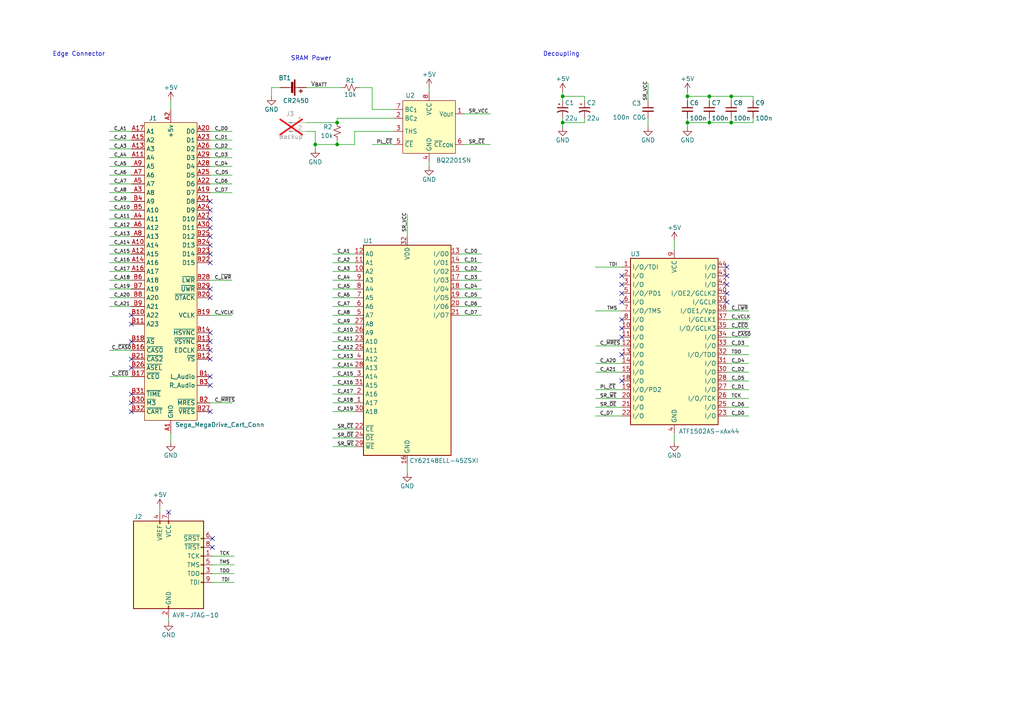
<source format=kicad_sch>
(kicad_sch (version 20231120) (generator "eeschema") (generator_version "8.0")
  (paper "A4")
  (lib_symbols
    (symbol "CPLD_Microchip:ATF1502AS-xAx44"
      (property "Reference" "U" (at -12.7 24.13 0))
      (property "Value" "ATF1502AS-xAx44" (at 12.7 24.13 0))
      (symbol "ATF1502AS-xAx44_0_1"
        (rectangle (start -12.7 22.86) (end 12.7 -25.4) (stroke (width 0.254)) (fill (type background)))
      )
      (symbol "ATF1502AS-xAx44_1_1"
        (pin bidirectional line (at -15.24 20.32 0) (length 2.54) (name "I/O/TDI") (number "1"))
        (pin bidirectional line (at -15.24 2.54 0) (length 2.54) (name "I/O") (number "10"))
        (pin bidirectional line (at -15.24 0 0) (length 2.54) (name "I/O") (number "11"))
        (pin bidirectional line (at -15.24 -2.54 0) (length 2.54) (name "I/O") (number "12"))
        (pin bidirectional line (at -15.24 -5.08 0) (length 2.54) (name "I/O") (number "13"))
        (pin bidirectional line (at -15.24 -7.62 0) (length 2.54) (name "I/O") (number "14"))
        (pin bidirectional line (at -15.24 -10.16 0) (length 2.54) (name "I/O") (number "15"))
        (pin passive line (at 0 -27.94 90) (length 2.54) hide (name "GND") (number "16"))
        (pin passive line (at 0 25.4 270) (length 2.54) hide (name "VCC") (number "17"))
        (pin bidirectional line (at -15.24 -12.7 0) (length 2.54) (name "I/O") (number "18"))
        (pin bidirectional line (at -15.24 -15.24 0) (length 2.54) (name "I/O/PD2") (number "19"))
        (pin bidirectional line (at -15.24 17.78 0) (length 2.54) (name "I/O") (number "2"))
        (pin bidirectional line (at -15.24 -17.78 0) (length 2.54) (name "I/O") (number "20"))
        (pin bidirectional line (at -15.24 -20.32 0) (length 2.54) (name "I/O") (number "21"))
        (pin bidirectional line (at -15.24 -22.86 0) (length 2.54) (name "I/O") (number "22"))
        (pin bidirectional line (at 15.24 -22.86 180) (length 2.54) (name "I/O") (number "23"))
        (pin passive line (at 0 -27.94 90) (length 2.54) hide (name "GND") (number "24"))
        (pin bidirectional line (at 15.24 -20.32 180) (length 2.54) (name "I/O") (number "25"))
        (pin bidirectional line (at 15.24 -17.78 180) (length 2.54) (name "I/O/TCK") (number "26"))
        (pin bidirectional line (at 15.24 -15.24 180) (length 2.54) (name "I/O") (number "27"))
        (pin bidirectional line (at 15.24 -12.7 180) (length 2.54) (name "I/O") (number "28"))
        (pin passive line (at 0 25.4 270) (length 2.54) hide (name "VCC") (number "29"))
        (pin bidirectional line (at -15.24 15.24 0) (length 2.54) (name "I/O") (number "3"))
        (pin bidirectional line (at 15.24 -10.16 180) (length 2.54) (name "I/O") (number "30"))
        (pin bidirectional line (at 15.24 -7.62 180) (length 2.54) (name "I/O") (number "31"))
        (pin bidirectional line (at 15.24 -5.08 180) (length 2.54) (name "I/O/TDO") (number "32"))
        (pin bidirectional line (at 15.24 -2.54 180) (length 2.54) (name "I/O") (number "33"))
        (pin bidirectional line (at 15.24 0 180) (length 2.54) (name "I/O") (number "34"))
        (pin bidirectional line (at 15.24 2.54 180) (length 2.54) (name "I/O/GCLK3") (number "35"))
        (pin passive line (at 0 -27.94 90) (length 2.54) hide (name "GND") (number "36"))
        (pin input line (at 15.24 5.08 180) (length 2.54) (name "I/GCLK1") (number "37"))
        (pin input line (at 15.24 7.62 180) (length 2.54) (name "I/OE1/Vpp") (number "38"))
        (pin input line (at 15.24 10.16 180) (length 2.54) (name "I/GCLR") (number "39"))
        (pin power_in line (at 0 -27.94 90) (length 2.54) (name "GND") (number "4"))
        (pin input line (at 15.24 12.7 180) (length 2.54) (name "I/OE2/GCLK2") (number "40"))
        (pin passive line (at 0 25.4 270) (length 2.54) hide (name "VCC") (number "41"))
        (pin bidirectional line (at 15.24 15.24 180) (length 2.54) (name "I/O") (number "42"))
        (pin bidirectional line (at 15.24 17.78 180) (length 2.54) (name "I/O") (number "43"))
        (pin bidirectional line (at 15.24 20.32 180) (length 2.54) (name "I/O") (number "44"))
        (pin bidirectional line (at -15.24 12.7 0) (length 2.54) (name "I/O/PD1") (number "5"))
        (pin bidirectional line (at -15.24 10.16 0) (length 2.54) (name "I/O") (number "6"))
        (pin bidirectional line (at -15.24 7.62 0) (length 2.54) (name "I/O/TMS") (number "7"))
        (pin bidirectional line (at -15.24 5.08 0) (length 2.54) (name "I/O") (number "8"))
        (pin power_in line (at 0 25.4 270) (length 2.54) (name "VCC") (number "9"))
      )
    )
    (symbol "Connector:AVR-JTAG-10" (pin_names (offset 1.016))
      (property "Reference" "J" (at -8.89 13.97 0))
      (property "Value" "AVR-JTAG-10" (at 1.27 13.97 0))
      (symbol "AVR-JTAG-10_0_1"
        (rectangle (start -2.667 12.7) (end -2.413 11.938))
        (rectangle (start -0.127 -11.938) (end 0.127 -12.7))
        (rectangle (start -0.127 12.7) (end 0.127 11.938))
        (rectangle (start 10.16 -4.953) (end 9.398 -5.207))
        (rectangle (start 10.16 -2.413) (end 9.398 -2.667))
        (rectangle (start 10.16 0.127) (end 9.398 -0.127))
        (rectangle (start 10.16 2.667) (end 9.398 2.413))
        (rectangle (start 10.16 5.207) (end 9.398 4.953))
        (rectangle (start 10.16 7.747) (end 9.398 7.493))
        (rectangle (start 10.16 12.7) (end -10.16 -12.7) (stroke (width 0.254)) (fill (type background)))
      )
      (symbol "AVR-JTAG-10_1_1"
        (pin passive line (at 12.7 2.54 180) (length 2.54) (name "TCK") (number "1"))
        (pin passive line (at 0 -15.24 90) (length 2.54) hide (name "GND") (number "10"))
        (pin passive line (at 0 -15.24 90) (length 2.54) (name "GND") (number "2"))
        (pin passive line (at 12.7 -2.54 180) (length 2.54) (name "TDO") (number "3"))
        (pin passive line (at -2.54 15.24 270) (length 2.54) (name "VREF") (number "4"))
        (pin passive line (at 12.7 0 180) (length 2.54) (name "TMS") (number "5"))
        (pin passive line (at 12.7 7.62 180) (length 2.54) (name "~{SRST}") (number "6"))
        (pin passive line (at 0 15.24 270) (length 2.54) (name "VCC") (number "7"))
        (pin passive line (at 12.7 5.08 180) (length 2.54) (name "~{TRST}") (number "8"))
        (pin passive line (at 12.7 -5.08 180) (length 2.54) (name "TDI") (number "9"))
      )
    )
    (symbol "Connector:Conn_01x02_Pin" (pin_names (offset 1.016) hide)
      (property "Reference" "J" (at 0 2.54 0))
      (property "Value" "Conn_01x02_Pin" (at 0 -5.08 0))
      (symbol "Conn_01x02_Pin_1_1"
        (polyline (pts (xy 1.27 -2.54) (xy 0.8636 -2.54)) (stroke (width 0.1524)))
        (polyline (pts (xy 1.27 0) (xy 0.8636 0)) (stroke (width 0.1524)))
        (rectangle (start 0.8636 -2.413) (end 0 -2.667) (stroke (width 0.1524)) (fill (type outline)))
        (rectangle (start 0.8636 0.127) (end 0 -0.127) (stroke (width 0.1524)) (fill (type outline)))
        (pin passive line (at 5.08 0 180) (length 3.81) (name "Pin_1") (number "1"))
        (pin passive line (at 5.08 -2.54 180) (length 3.81) (name "Pin_2") (number "2"))
      )
    )
    (symbol "Device:Battery_Cell" (pin_numbers hide) (pin_names (offset 0) hide)
      (property "Reference" "BT" (at 2.54 2.54 0))
      (property "Value" "Battery_Cell" (at 2.54 0 0))
      (symbol "Battery_Cell_0_1"
        (rectangle (start -2.286 1.778) (end 2.286 1.524) (fill (type outline)))
        (rectangle (start -1.5748 1.1938) (end 1.4732 0.6858) (fill (type outline)))
        (polyline (pts (xy 0 0.762) (xy 0 0)))
        (polyline (pts (xy 0 1.778) (xy 0 2.54)))
        (polyline (pts (xy 0.508 3.429) (xy 1.524 3.429)) (stroke (width 0.254)))
        (polyline (pts (xy 1.016 3.937) (xy 1.016 2.921)) (stroke (width 0.254)))
      )
      (symbol "Battery_Cell_1_1"
        (pin passive line (at 0 5.08 270) (length 2.54) (name "+") (number "1"))
        (pin passive line (at 0 -2.54 90) (length 2.54) (name "-") (number "2"))
      )
    )
    (symbol "Device:C_Polarized_Small_US" (pin_numbers hide) (pin_names (offset 0.254) hide)
      (property "Reference" "C" (at 0.254 1.778 0))
      (property "Value" "C_Polarized_Small_US" (at 0.254 -2.032 0))
      (symbol "C_Polarized_Small_US_0_1"
        (polyline (pts (xy -1.524 0.508) (xy 1.524 0.508)) (stroke (width 0.3048)))
        (polyline (pts (xy -1.27 1.524) (xy -0.762 1.524)))
        (polyline (pts (xy -1.016 1.27) (xy -1.016 1.778)))
        (arc (start 1.524 -0.762) (mid 0 -0.3734) (end -1.524 -0.762) (stroke (width 0.3048)))
      )
      (symbol "C_Polarized_Small_US_1_1"
        (pin passive line (at 0 2.54 270) (length 2.032) (name "~") (number "1"))
        (pin passive line (at 0 -2.54 90) (length 2.032) (name "~") (number "2"))
      )
    )
    (symbol "Device:C_Small" (pin_numbers hide) (pin_names (offset 0.254) hide)
      (property "Reference" "C" (at 0.254 1.778 0))
      (property "Value" "C_Small" (at 0.254 -2.032 0))
      (symbol "C_Small_0_1"
        (polyline (pts (xy -1.524 -0.508) (xy 1.524 -0.508)) (stroke (width 0.3302)))
        (polyline (pts (xy -1.524 0.508) (xy 1.524 0.508)) (stroke (width 0.3048)))
      )
      (symbol "C_Small_1_1"
        (pin passive line (at 0 2.54 270) (length 2.032) (name "~") (number "1"))
        (pin passive line (at 0 -2.54 90) (length 2.032) (name "~") (number "2"))
      )
    )
    (symbol "Device:R_Small_US" (pin_numbers hide) (pin_names (offset 0.254) hide)
      (property "Reference" "R" (at 0.762 0.508 0))
      (property "Value" "R_Small_US" (at 0.762 -1.016 0))
      (symbol "R_Small_US_1_1"
        (polyline (pts (xy 0 0) (xy 1.016 -0.381) (xy 0 -0.762) (xy -1.016 -1.143) (xy 0 -1.524)))
        (polyline (pts (xy 0 1.524) (xy 1.016 1.143) (xy 0 0.762) (xy -1.016 0.381) (xy 0 0)))
        (pin passive line (at 0 2.54 270) (length 1.016) (name "~") (number "1"))
        (pin passive line (at 0 -2.54 90) (length 1.016) (name "~") (number "2"))
      )
    )
    (symbol "My_Library:Sega_MegaDrive_Cart_Conn"
      (property "Reference" "J" (at -6.35 41.91 0))
      (property "Value" "Sega_MegaDrive_Cart_Conn" (at 16.51 -46.99 0))
      (symbol "Sega_MegaDrive_Cart_Conn_0_1"
        (rectangle (start -7.62 40.64) (end 7.62 -45.72) (fill (type background)))
      )
      (symbol "Sega_MegaDrive_Cart_Conn_1_1"
        (pin power_out line (at 0 -49.53 90) (length 3.81) (name "GND") (number "A1"))
        (pin output line (at -11.43 5.08 0) (length 3.81) (name "A14") (number "A10"))
        (pin output line (at -11.43 30.48 0) (length 3.81) (name "A4") (number "A11"))
        (pin output line (at -11.43 2.54 0) (length 3.81) (name "A15") (number "A12"))
        (pin output line (at -11.43 33.02 0) (length 3.81) (name "A3") (number "A13"))
        (pin output line (at -11.43 0 0) (length 3.81) (name "A16") (number "A14"))
        (pin output line (at -11.43 35.56 0) (length 3.81) (name "A2") (number "A15"))
        (pin output line (at -11.43 -2.54 0) (length 3.81) (name "A17") (number "A16"))
        (pin output line (at -11.43 38.1 0) (length 3.81) (name "A1") (number "A17"))
        (pin passive line (at 0 -49.53 90) (length 3.81) hide (name "GND") (number "A18"))
        (pin bidirectional line (at 11.43 20.32 180) (length 3.81) (name "D7") (number "A19"))
        (pin power_out line (at 0 44.45 270) (length 3.81) (name "+5v") (number "A2"))
        (pin bidirectional line (at 11.43 38.1 180) (length 3.81) (name "D0") (number "A20"))
        (pin bidirectional line (at 11.43 17.78 180) (length 3.81) (name "D8") (number "A21"))
        (pin bidirectional line (at 11.43 22.86 180) (length 3.81) (name "D6") (number "A22"))
        (pin bidirectional line (at 11.43 35.56 180) (length 3.81) (name "D1") (number "A23"))
        (pin bidirectional line (at 11.43 15.24 180) (length 3.81) (name "D9") (number "A24"))
        (pin bidirectional line (at 11.43 25.4 180) (length 3.81) (name "D5") (number "A25"))
        (pin bidirectional line (at 11.43 33.02 180) (length 3.81) (name "D2") (number "A26"))
        (pin bidirectional line (at 11.43 12.7 180) (length 3.81) (name "D10") (number "A27"))
        (pin bidirectional line (at 11.43 27.94 180) (length 3.81) (name "D4") (number "A28"))
        (pin bidirectional line (at 11.43 30.48 180) (length 3.81) (name "D3") (number "A29"))
        (pin output line (at -11.43 20.32 0) (length 3.81) (name "A8") (number "A3"))
        (pin bidirectional line (at 11.43 10.16 180) (length 3.81) (name "D11") (number "A30"))
        (pin passive line (at 0 44.45 270) (length 3.81) hide (name "+5v") (number "A31"))
        (pin passive line (at 0 -49.53 90) (length 3.81) hide (name "GND") (number "A32"))
        (pin output line (at -11.43 12.7 0) (length 3.81) (name "A11") (number "A4"))
        (pin output line (at -11.43 22.86 0) (length 3.81) (name "A7") (number "A5"))
        (pin output line (at -11.43 10.16 0) (length 3.81) (name "A12") (number "A6"))
        (pin output line (at -11.43 25.4 0) (length 3.81) (name "A6") (number "A7"))
        (pin output line (at -11.43 7.62 0) (length 3.81) (name "A13") (number "A8"))
        (pin output line (at -11.43 27.94 0) (length 3.81) (name "A5") (number "A9"))
        (pin input line (at 11.43 -33.02 180) (length 3.81) (name "L_Audio") (number "B1"))
        (pin output line (at -11.43 -15.24 0) (length 3.81) (name "A22") (number "B10"))
        (pin output line (at -11.43 -17.78 0) (length 3.81) (name "A23") (number "B11"))
        (pin output line (at 11.43 -27.94 180) (length 3.81) (name "~{YS}") (number "B12"))
        (pin output line (at 11.43 -22.86 180) (length 3.81) (name "~{VSYNC}") (number "B13"))
        (pin output line (at 11.43 -20.32 180) (length 3.81) (name "~{HSYNC}") (number "B14"))
        (pin output line (at 11.43 -25.4 180) (length 3.81) (name "EDCLK") (number "B15"))
        (pin output line (at -11.43 -25.4 0) (length 3.81) (name "~{CAS0}") (number "B16"))
        (pin output line (at -11.43 -33.02 0) (length 3.81) (name "~{CEO}") (number "B17"))
        (pin output line (at -11.43 -22.86 0) (length 3.81) (name "~{AS}") (number "B18"))
        (pin output line (at 11.43 -15.24 180) (length 3.81) (name "VCLK") (number "B19"))
        (pin output line (at 11.43 -40.64 180) (length 3.81) (name "~{MRES}") (number "B2"))
        (pin input line (at 11.43 -10.16 180) (length 3.81) (name "~{DTACK}") (number "B20"))
        (pin output line (at -11.43 -27.94 0) (length 3.81) (name "~{CAS2}") (number "B21"))
        (pin bidirectional line (at 11.43 0 180) (length 3.81) (name "D15") (number "B22"))
        (pin bidirectional line (at 11.43 2.54 180) (length 3.81) (name "D14") (number "B23"))
        (pin bidirectional line (at 11.43 5.08 180) (length 3.81) (name "D13") (number "B24"))
        (pin bidirectional line (at 11.43 7.62 180) (length 3.81) (name "D12") (number "B25"))
        (pin output line (at -11.43 -30.48 0) (length 3.81) (name "~{ASEL}") (number "B26"))
        (pin output line (at 11.43 -43.18 180) (length 3.81) (name "~{VRES}") (number "B27"))
        (pin output line (at 11.43 -5.08 180) (length 3.81) (name "~{LWR}") (number "B28"))
        (pin output line (at 11.43 -7.62 180) (length 3.81) (name "~{UWR}") (number "B29"))
        (pin input line (at 11.43 -35.56 180) (length 3.81) (name "R_Audio") (number "B3"))
        (pin input line (at -11.43 -40.64 0) (length 3.81) (name "~{M3}") (number "B30"))
        (pin output line (at -11.43 -38.1 0) (length 3.81) (name "~{TIME}") (number "B31"))
        (pin input line (at -11.43 -43.18 0) (length 3.81) (name "~{CART}") (number "B32"))
        (pin output line (at -11.43 17.78 0) (length 3.81) (name "A9") (number "B4"))
        (pin output line (at -11.43 15.24 0) (length 3.81) (name "A10") (number "B5"))
        (pin output line (at -11.43 -5.08 0) (length 3.81) (name "A18") (number "B6"))
        (pin output line (at -11.43 -7.62 0) (length 3.81) (name "A19") (number "B7"))
        (pin output line (at -11.43 -10.16 0) (length 3.81) (name "A20") (number "B8"))
        (pin output line (at -11.43 -12.7 0) (length 3.81) (name "A21") (number "B9"))
      )
    )
    (symbol "My_Library_7:BQ2201SN"
      (property "Reference" "U" (at 0 0 0))
      (property "Value" "BQ2201SN" (at 0 0 0))
      (symbol "BQ2201SN_1_1"
        (rectangle (start -7.62 7.62) (end 7.62 -7.62) (fill (type background)))
        (pin power_out line (at 10.16 3.81 180) (length 2.54) (name "V_{OUT}") (number "1"))
        (pin power_in line (at -10.16 2.54 0) (length 2.54) (name "BC_{2}") (number "2"))
        (pin input line (at -10.16 -1.27 0) (length 2.54) (name "THS") (number "3"))
        (pin power_in line (at 0 -10.16 90) (length 2.54) (name "GND") (number "4"))
        (pin input line (at -10.16 -5.08 0) (length 2.54) (name "~{CE}") (number "5"))
        (pin output line (at 10.16 -5.08 180) (length 2.54) (name "~{CE}_{CON}") (number "6"))
        (pin power_in line (at -10.16 5.08 0) (length 2.54) (name "BC_{1}") (number "7"))
        (pin power_in line (at 0 10.16 270) (length 2.54) (name "VCC") (number "8"))
      )
    )
    (symbol "My_Library_7:CY62138ELL-45ZSXI"
      (property "Reference" "U" (at -10.16 31.75 0))
      (property "Value" "CY62148ELL-45ZSXI" (at 12.7 31.75 0))
      (symbol "CY62138ELL-45ZSXI_0_1"
        (rectangle (start -12.7 30.48) (end 12.7 -30.48) (stroke (width 0.254)) (fill (type background)))
      )
      (symbol "CY62138ELL-45ZSXI_1_1"
        (pin input line (at -15.24 -15.24 0) (length 2.54) (name "A17") (number "1"))
        (pin input line (at -15.24 22.86 0) (length 2.54) (name "A2") (number "10"))
        (pin input line (at -15.24 25.4 0) (length 2.54) (name "A1") (number "11"))
        (pin input line (at -15.24 27.94 0) (length 2.54) (name "A0") (number "12"))
        (pin bidirectional line (at 15.24 27.94 180) (length 2.54) (name "I/O0") (number "13"))
        (pin bidirectional line (at 15.24 25.4 180) (length 2.54) (name "I/O1") (number "14"))
        (pin bidirectional line (at 15.24 22.86 180) (length 2.54) (name "I/O2") (number "15"))
        (pin power_in line (at 0 -33.02 90) (length 2.54) (name "GND") (number "16"))
        (pin bidirectional line (at 15.24 20.32 180) (length 2.54) (name "I/O3") (number "17"))
        (pin bidirectional line (at 15.24 17.78 180) (length 2.54) (name "I/O4") (number "18"))
        (pin bidirectional line (at 15.24 15.24 180) (length 2.54) (name "I/O5") (number "19"))
        (pin input line (at -15.24 -12.7 0) (length 2.54) (name "A16") (number "2"))
        (pin bidirectional line (at 15.24 12.7 180) (length 2.54) (name "I/O6") (number "20"))
        (pin bidirectional line (at 15.24 10.16 180) (length 2.54) (name "I/O7") (number "21"))
        (pin input line (at -15.24 -22.86 0) (length 2.54) (name "~{CE}") (number "22"))
        (pin input line (at -15.24 2.54 0) (length 2.54) (name "A10") (number "23"))
        (pin input line (at -15.24 -25.4 0) (length 2.54) (name "~{OE}") (number "24"))
        (pin input line (at -15.24 0 0) (length 2.54) (name "A11") (number "25"))
        (pin input line (at -15.24 5.08 0) (length 2.54) (name "A9") (number "26"))
        (pin input line (at -15.24 7.62 0) (length 2.54) (name "A8") (number "27"))
        (pin input line (at -15.24 -5.08 0) (length 2.54) (name "A13") (number "28"))
        (pin input line (at -15.24 -27.94 0) (length 2.54) (name "~{WE}") (number "29"))
        (pin input line (at -15.24 -7.62 0) (length 2.54) (name "A14") (number "3"))
        (pin input line (at -15.24 -17.78 0) (length 2.54) (name "A18") (number "30"))
        (pin input line (at -15.24 -10.16 0) (length 2.54) (name "A15") (number "31"))
        (pin power_in line (at 0 33.02 270) (length 2.54) (name "VDD") (number "32"))
        (pin input line (at -15.24 -2.54 0) (length 2.54) (name "A12") (number "4"))
        (pin input line (at -15.24 10.16 0) (length 2.54) (name "A7") (number "5"))
        (pin input line (at -15.24 12.7 0) (length 2.54) (name "A6") (number "6"))
        (pin input line (at -15.24 15.24 0) (length 2.54) (name "A5") (number "7"))
        (pin input line (at -15.24 17.78 0) (length 2.54) (name "A4") (number "8"))
        (pin input line (at -15.24 20.32 0) (length 2.54) (name "A3") (number "9"))
      )
    )
    (symbol "power:+5V" (power) (pin_names (offset 0))
      (property "Value" "+5V" (at 0 3.556 0))
      (symbol "+5V_0_1"
        (polyline (pts (xy -0.762 1.27) (xy 0 2.54)))
        (polyline (pts (xy 0 0) (xy 0 2.54)))
        (polyline (pts (xy 0 2.54) (xy 0.762 1.27)))
      )
      (symbol "+5V_1_1"
        (pin power_in line (at 0 0 90) (length 0) hide (name "+5V") (number "1"))
      )
    )
    (symbol "power:GND" (power) (pin_names (offset 0))
      (property "Value" "GND" (at 0 -3.81 0))
      (symbol "GND_0_1"
        (polyline (pts (xy 0 0) (xy 0 -1.27) (xy 1.27 -1.27) (xy 0 -2.54) (xy -1.27 -1.27) (xy 0 -1.27)))
      )
      (symbol "GND_1_1"
        (pin power_in line (at 0 0 270) (length 0) hide (name "GND") (number "1"))
      )
    )
  )
  (junction (at 163.195 27.94))
  (junction (at 91.44 41.91))
  (junction (at 199.39 27.94))
  (junction (at 97.79 41.91))
  (junction (at 205.74 27.94))
  (junction (at 212.09 35.56))
  (junction (at 163.195 35.56))
  (junction (at 212.09 27.94))
  (junction (at 205.74 35.56))
  (junction (at 97.79 35.56))
  (junction (at 199.39 35.56))
  (no_connect (at 60.96 119.38))
  (no_connect (at 60.96 86.36))
  (no_connect (at 210.82 77.47))
  (no_connect (at 180.34 80.01))
  (no_connect (at 210.82 82.55))
  (no_connect (at 210.82 85.09))
  (no_connect (at 60.96 104.14))
  (no_connect (at 60.96 101.6))
  (no_connect (at 60.96 99.06))
  (no_connect (at 60.96 96.52))
  (no_connect (at 38.1 106.68))
  (no_connect (at 60.96 109.22))
  (no_connect (at 60.96 111.76))
  (no_connect (at 180.34 97.79))
  (no_connect (at 60.96 73.66))
  (no_connect (at 38.1 104.14))
  (no_connect (at 180.34 85.09))
  (no_connect (at 60.96 66.04))
  (no_connect (at 38.1 91.44))
  (no_connect (at 61.595 156.21))
  (no_connect (at 38.1 119.38))
  (no_connect (at 60.96 60.96))
  (no_connect (at 48.895 148.59))
  (no_connect (at 38.1 114.3))
  (no_connect (at 210.82 87.63))
  (no_connect (at 60.96 76.2))
  (no_connect (at 61.595 158.75))
  (no_connect (at 38.1 116.84))
  (no_connect (at 60.96 83.82))
  (no_connect (at 180.34 102.87))
  (no_connect (at 210.82 80.01))
  (no_connect (at 180.34 110.49))
  (no_connect (at 60.96 63.5))
  (no_connect (at 38.1 99.06))
  (no_connect (at 180.34 82.55))
  (no_connect (at 180.34 95.25))
  (no_connect (at 60.96 71.12))
  (no_connect (at 60.96 68.58))
  (no_connect (at 60.96 58.42))
  (no_connect (at 180.34 92.71))
  (no_connect (at 180.34 87.63))
  (no_connect (at 38.1 93.98))
  (wire (pts (xy 180.34 115.57) (xy 172.72 115.57)))
  (wire (pts (xy 97.79 34.29) (xy 97.79 35.56)))
  (wire (pts (xy 96.52 116.84) (xy 102.87 116.84)))
  (wire (pts (xy 199.39 34.29) (xy 199.39 35.56)))
  (wire (pts (xy 180.34 77.47) (xy 172.72 77.47)))
  (wire (pts (xy 31.75 83.82) (xy 38.1 83.82)))
  (wire (pts (xy 169.545 35.56) (xy 163.195 35.56)))
  (wire (pts (xy 169.545 34.29) (xy 169.545 35.56)))
  (wire (pts (xy 133.35 83.82) (xy 139.7 83.82)))
  (wire (pts (xy 210.82 102.87) (xy 217.17 102.87)))
  (wire (pts (xy 180.34 120.65) (xy 172.72 120.65)))
  (wire (pts (xy 124.46 25.4) (xy 124.46 26.67)))
  (wire (pts (xy 180.34 118.11) (xy 172.72 118.11)))
  (wire (pts (xy 31.75 71.12) (xy 38.1 71.12)))
  (wire (pts (xy 31.75 58.42) (xy 38.1 58.42)))
  (wire (pts (xy 91.44 38.1) (xy 91.44 41.91)))
  (wire (pts (xy 88.9 38.1) (xy 91.44 38.1)))
  (wire (pts (xy 96.52 127) (xy 102.87 127)))
  (wire (pts (xy 210.82 100.33) (xy 217.17 100.33)))
  (wire (pts (xy 97.79 41.91) (xy 97.79 40.64)))
  (wire (pts (xy 212.09 34.29) (xy 212.09 35.56)))
  (wire (pts (xy 210.82 95.25) (xy 217.17 95.25)))
  (wire (pts (xy 212.09 27.94) (xy 205.74 27.94)))
  (wire (pts (xy 60.96 38.1) (xy 67.31 38.1)))
  (wire (pts (xy 205.74 27.94) (xy 199.39 27.94)))
  (wire (pts (xy 210.82 107.95) (xy 217.17 107.95)))
  (wire (pts (xy 133.35 78.74) (xy 139.7 78.74)))
  (wire (pts (xy 187.96 34.29) (xy 187.96 36.83)))
  (wire (pts (xy 210.82 110.49) (xy 217.17 110.49)))
  (wire (pts (xy 96.52 73.66) (xy 102.87 73.66)))
  (wire (pts (xy 210.82 120.65) (xy 217.17 120.65)))
  (wire (pts (xy 49.53 29.21) (xy 49.53 31.75)))
  (wire (pts (xy 31.75 81.28) (xy 38.1 81.28)))
  (wire (pts (xy 67.945 168.91) (xy 61.595 168.91)))
  (wire (pts (xy 102.87 38.1) (xy 102.87 41.91)))
  (wire (pts (xy 96.52 106.68) (xy 102.87 106.68)))
  (wire (pts (xy 218.44 29.21) (xy 218.44 27.94)))
  (wire (pts (xy 31.75 66.04) (xy 38.1 66.04)))
  (wire (pts (xy 60.96 81.28) (xy 67.31 81.28)))
  (wire (pts (xy 31.75 55.88) (xy 38.1 55.88)))
  (wire (pts (xy 96.52 81.28) (xy 102.87 81.28)))
  (wire (pts (xy 60.96 50.8) (xy 67.31 50.8)))
  (wire (pts (xy 169.545 27.94) (xy 163.195 27.94)))
  (wire (pts (xy 60.96 43.18) (xy 67.31 43.18)))
  (wire (pts (xy 48.895 179.07) (xy 48.895 180.34)))
  (wire (pts (xy 96.52 93.98) (xy 102.87 93.98)))
  (wire (pts (xy 60.96 40.64) (xy 67.31 40.64)))
  (wire (pts (xy 133.35 76.2) (xy 139.7 76.2)))
  (wire (pts (xy 31.75 76.2) (xy 38.1 76.2)))
  (wire (pts (xy 218.44 35.56) (xy 212.09 35.56)))
  (wire (pts (xy 31.75 50.8) (xy 38.1 50.8)))
  (wire (pts (xy 96.52 88.9) (xy 102.87 88.9)))
  (wire (pts (xy 210.82 118.11) (xy 217.17 118.11)))
  (wire (pts (xy 96.52 91.44) (xy 102.87 91.44)))
  (wire (pts (xy 31.75 53.34) (xy 38.1 53.34)))
  (wire (pts (xy 114.3 34.29) (xy 97.79 34.29)))
  (wire (pts (xy 91.44 41.91) (xy 97.79 41.91)))
  (wire (pts (xy 31.75 48.26) (xy 38.1 48.26)))
  (wire (pts (xy 31.75 40.64) (xy 38.1 40.64)))
  (wire (pts (xy 180.34 105.41) (xy 172.72 105.41)))
  (wire (pts (xy 199.39 27.94) (xy 199.39 29.21)))
  (wire (pts (xy 205.74 35.56) (xy 199.39 35.56)))
  (wire (pts (xy 67.945 166.37) (xy 61.595 166.37)))
  (wire (pts (xy 46.355 147.32) (xy 46.355 148.59)))
  (wire (pts (xy 218.44 34.29) (xy 218.44 35.56)))
  (wire (pts (xy 133.35 86.36) (xy 139.7 86.36)))
  (wire (pts (xy 169.545 29.21) (xy 169.545 27.94)))
  (wire (pts (xy 96.52 104.14) (xy 102.87 104.14)))
  (wire (pts (xy 67.945 161.29) (xy 61.595 161.29)))
  (wire (pts (xy 31.75 43.18) (xy 38.1 43.18)))
  (wire (pts (xy 163.195 27.94) (xy 163.195 29.21)))
  (wire (pts (xy 96.52 109.22) (xy 102.87 109.22)))
  (wire (pts (xy 118.11 134.62) (xy 118.11 137.16)))
  (wire (pts (xy 199.39 35.56) (xy 199.39 36.83)))
  (wire (pts (xy 31.75 101.6) (xy 38.1 101.6)))
  (wire (pts (xy 31.75 63.5) (xy 38.1 63.5)))
  (wire (pts (xy 133.35 88.9) (xy 139.7 88.9)))
  (wire (pts (xy 195.58 125.73) (xy 195.58 128.27)))
  (wire (pts (xy 199.39 26.67) (xy 199.39 27.94)))
  (wire (pts (xy 60.96 45.72) (xy 67.31 45.72)))
  (wire (pts (xy 107.95 41.91) (xy 114.3 41.91)))
  (wire (pts (xy 31.75 68.58) (xy 38.1 68.58)))
  (wire (pts (xy 212.09 27.94) (xy 212.09 29.21)))
  (wire (pts (xy 210.82 92.71) (xy 217.17 92.71)))
  (wire (pts (xy 133.35 91.44) (xy 139.7 91.44)))
  (wire (pts (xy 60.96 48.26) (xy 67.31 48.26)))
  (wire (pts (xy 210.82 105.41) (xy 217.17 105.41)))
  (wire (pts (xy 210.82 97.79) (xy 217.17 97.79)))
  (wire (pts (xy 124.46 46.99) (xy 124.46 48.26)))
  (wire (pts (xy 187.96 24.13) (xy 187.96 29.21)))
  (wire (pts (xy 60.96 91.44) (xy 67.31 91.44)))
  (wire (pts (xy 96.52 119.38) (xy 102.87 119.38)))
  (wire (pts (xy 88.9 25.4) (xy 99.06 25.4)))
  (wire (pts (xy 102.87 38.1) (xy 114.3 38.1)))
  (wire (pts (xy 96.52 86.36) (xy 102.87 86.36)))
  (wire (pts (xy 31.75 60.96) (xy 38.1 60.96)))
  (wire (pts (xy 31.75 109.22) (xy 38.1 109.22)))
  (wire (pts (xy 31.75 73.66) (xy 38.1 73.66)))
  (wire (pts (xy 118.11 62.23) (xy 118.11 68.58)))
  (wire (pts (xy 78.74 25.4) (xy 78.74 27.94)))
  (wire (pts (xy 210.82 113.03) (xy 217.17 113.03)))
  (wire (pts (xy 96.52 76.2) (xy 102.87 76.2)))
  (wire (pts (xy 107.95 25.4) (xy 107.95 31.75)))
  (wire (pts (xy 210.82 115.57) (xy 217.17 115.57)))
  (wire (pts (xy 31.75 45.72) (xy 38.1 45.72)))
  (wire (pts (xy 49.53 125.73) (xy 49.53 128.27)))
  (wire (pts (xy 60.96 53.34) (xy 67.31 53.34)))
  (wire (pts (xy 96.52 83.82) (xy 102.87 83.82)))
  (wire (pts (xy 96.52 96.52) (xy 102.87 96.52)))
  (wire (pts (xy 212.09 35.56) (xy 205.74 35.56)))
  (wire (pts (xy 133.35 73.66) (xy 139.7 73.66)))
  (wire (pts (xy 163.195 34.29) (xy 163.195 35.56)))
  (wire (pts (xy 180.34 90.17) (xy 172.72 90.17)))
  (wire (pts (xy 67.945 163.83) (xy 61.595 163.83)))
  (wire (pts (xy 96.52 114.3) (xy 102.87 114.3)))
  (wire (pts (xy 96.52 129.54) (xy 102.87 129.54)))
  (wire (pts (xy 195.58 69.85) (xy 195.58 72.39)))
  (wire (pts (xy 60.96 55.88) (xy 67.31 55.88)))
  (wire (pts (xy 96.52 111.76) (xy 102.87 111.76)))
  (wire (pts (xy 81.28 25.4) (xy 78.74 25.4)))
  (wire (pts (xy 218.44 27.94) (xy 212.09 27.94)))
  (wire (pts (xy 180.34 100.33) (xy 172.72 100.33)))
  (wire (pts (xy 180.34 107.95) (xy 172.72 107.95)))
  (wire (pts (xy 163.195 35.56) (xy 163.195 36.83)))
  (wire (pts (xy 133.35 81.28) (xy 139.7 81.28)))
  (wire (pts (xy 180.34 113.03) (xy 172.72 113.03)))
  (wire (pts (xy 96.52 101.6) (xy 102.87 101.6)))
  (wire (pts (xy 31.75 78.74) (xy 38.1 78.74)))
  (wire (pts (xy 134.62 41.91) (xy 142.24 41.91)))
  (wire (pts (xy 60.96 116.84) (xy 67.31 116.84)))
  (wire (pts (xy 163.195 26.67) (xy 163.195 27.94)))
  (wire (pts (xy 102.87 41.91) (xy 97.79 41.91)))
  (wire (pts (xy 31.75 86.36) (xy 38.1 86.36)))
  (wire (pts (xy 31.75 38.1) (xy 38.1 38.1)))
  (wire (pts (xy 96.52 78.74) (xy 102.87 78.74)))
  (wire (pts (xy 210.82 90.17) (xy 217.17 90.17)))
  (wire (pts (xy 96.52 124.46) (xy 102.87 124.46)))
  (wire (pts (xy 205.74 27.94) (xy 205.74 29.21)))
  (wire (pts (xy 205.74 34.29) (xy 205.74 35.56)))
  (wire (pts (xy 31.75 88.9) (xy 38.1 88.9)))
  (wire (pts (xy 91.44 41.91) (xy 91.44 43.18)))
  (wire (pts (xy 96.52 99.06) (xy 102.87 99.06)))
  (wire (pts (xy 104.14 25.4) (xy 107.95 25.4)))
  (wire (pts (xy 107.95 31.75) (xy 114.3 31.75)))
  (wire (pts (xy 88.9 35.56) (xy 97.79 35.56)))
  (wire (pts (xy 134.62 33.02) (xy 142.24 33.02)))
  (text "Decoupling" (at 157.48 16.51 0) (effects (font (size 1.27 1.27)) (justify left bottom)))
  (text "SRAM Power" (at 84.328 17.78 0) (effects (font (size 1.27 1.27)) (justify left bottom)))
  (text "Edge Connector" (at 15.24 16.51 0) (effects (font (size 1.27 1.27)) (justify left bottom)))
  (label "C_D4" (at 62.23 48.26 0) (effects (font (size 1 1))))
  (label "C_~{MRES}" (at 62.23 116.84 0) (effects (font (size 1 1))))
  (label "C_D2" (at 62.23 43.18 0) (effects (font (size 1 1))))
  (label "C_D1" (at 62.23 40.64 0) (effects (font (size 1 1))))
  (label "TDO" (at 66.675 166.37 180) (effects (font (size 1 1))))
  (label "C_~{MRES}" (at 173.99 100.33 0) (effects (font (size 1 1))))
  (label "C_A8" (at 33.02 55.88 0) (effects (font (size 1 1))))
  (label "C_A13" (at 33.02 68.58 0) (effects (font (size 1 1))))
  (label "C_A10" (at 33.02 60.96 0) (effects (font (size 1 1))))
  (label "C_A9" (at 33.02 58.42 0) (effects (font (size 1 1))))
  (label "C_A17" (at 33.02 78.74 0) (effects (font (size 1 1))))
  (label "C_D3" (at 134.62 81.28 0) (effects (font (size 1 1))))
  (label "C_D2" (at 212.09 107.95 0) (effects (font (size 1 1))))
  (label "C_D3" (at 62.23 45.72 0) (effects (font (size 1 1))))
  (label "C_D4" (at 212.09 105.41 0) (effects (font (size 1 1))))
  (label "C_A10" (at 97.79 96.52 0) (effects (font (size 1 1))))
  (label "SR_~{WE}" (at 173.99 115.57 0) (effects (font (size 1 1))))
  (label "C_D7" (at 173.99 120.65 0) (effects (font (size 1 1))))
  (label "C_A7" (at 33.02 53.34 0) (effects (font (size 1 1))))
  (label "C_D1" (at 212.09 113.03 0) (effects (font (size 1 1))))
  (label "C_D6" (at 62.23 53.34 0) (effects (font (size 1 1))))
  (label "C_D7" (at 62.23 55.88 0) (effects (font (size 1 1))))
  (label "C_A7" (at 97.79 88.9 0) (effects (font (size 1 1))))
  (label "SR_VCC" (at 118.11 67.31 90) (effects (font (size 1 1))))
  (label "C_D6" (at 212.09 118.11 0) (effects (font (size 1 1))))
  (label "C_D1" (at 134.62 76.2 0) (effects (font (size 1 1))))
  (label "C_A19" (at 33.02 83.82 0) (effects (font (size 1 1))))
  (label "C_A15" (at 97.79 109.22 0) (effects (font (size 1 1))))
  (label "SR_~{OE}" (at 97.79 127 0) (effects (font (size 1 1))))
  (label "C_~{LWR}" (at 212.09 90.17 0) (effects (font (size 1 1))))
  (label "C_D5" (at 134.62 86.36 0) (effects (font (size 1 1))))
  (label "TCK" (at 66.675 161.29 180) (effects (font (size 1 1))))
  (label "V_{BATT}" (at 90.17 25.4 0))
  (label "C_A8" (at 97.79 91.44 0) (effects (font (size 1 1))))
  (label "C_A15" (at 33.02 73.66 0) (effects (font (size 1 1))))
  (label "C_D3" (at 212.09 100.33 0) (effects (font (size 1 1))))
  (label "TCK" (at 212.09 115.57 0) (effects (font (size 1 1))))
  (label "C_A1" (at 33.02 38.1 0) (effects (font (size 1 1))))
  (label "C_A1" (at 97.79 73.66 0) (effects (font (size 1 1))))
  (label "SR_~{CE}" (at 135.89 41.91 0) (effects (font (size 1 1))))
  (label "TDO" (at 212.09 102.87 0) (effects (font (size 1 1))))
  (label "C_VCLK" (at 212.09 92.71 0) (effects (font (size 1 1))))
  (label "SR_VCC" (at 135.89 33.02 0) (effects (font (size 1 1))))
  (label "C_A16" (at 97.79 111.76 0) (effects (font (size 1 1))))
  (label "C_~{CEO}" (at 32.385 109.22 0) (effects (font (size 1 1))))
  (label "C_A20" (at 173.99 105.41 0) (effects (font (size 1 1))))
  (label "C_A18" (at 33.02 81.28 0) (effects (font (size 1 1))))
  (label "C_D7" (at 134.62 91.44 0) (effects (font (size 1 1))))
  (label "TMS" (at 179.07 90.17 180) (effects (font (size 1 1))))
  (label "C_A12" (at 97.79 101.6 0) (effects (font (size 1 1))))
  (label "C_A19" (at 97.79 119.38 0) (effects (font (size 1 1))))
  (label "C_A11" (at 33.02 63.5 0) (effects (font (size 1 1))))
  (label "SR_~{CE}" (at 97.79 124.46 0) (effects (font (size 1 1))))
  (label "C_A4" (at 97.79 81.28 0) (effects (font (size 1 1))))
  (label "C_D0" (at 212.09 120.65 0) (effects (font (size 1 1))))
  (label "C_~{CAS0}" (at 212.09 97.79 0) (effects (font (size 1 1))))
  (label "C_A17" (at 97.79 114.3 0) (effects (font (size 1 1))))
  (label "TDI" (at 179.07 77.47 180) (effects (font (size 1 1))))
  (label "C_D5" (at 212.09 110.49 0) (effects (font (size 1 1))))
  (label "C_A5" (at 97.79 83.82 0) (effects (font (size 1 1))))
  (label "C_D0" (at 62.23 38.1 0) (effects (font (size 1 1))))
  (label "C_A20" (at 33.02 86.36 0) (effects (font (size 1 1))))
  (label "C_A21" (at 33.02 88.9 0) (effects (font (size 1 1))))
  (label "C_A5" (at 33.02 48.26 0) (effects (font (size 1 1))))
  (label "C_A6" (at 33.02 50.8 0) (effects (font (size 1 1))))
  (label "SR_~{WE}" (at 97.79 129.54 0) (effects (font (size 1 1))))
  (label "PL_~{CE}" (at 109.22 41.91 0) (effects (font (size 1 1))))
  (label "C_~{LWR}" (at 62.23 81.28 0) (effects (font (size 1 1))))
  (label "C_A2" (at 97.79 76.2 0) (effects (font (size 1 1))))
  (label "SR_VCC" (at 187.96 29.21 90) (effects (font (size 1 1))))
  (label "TMS" (at 66.675 163.83 180) (effects (font (size 1 1))))
  (label "C_A18" (at 97.79 116.84 0) (effects (font (size 1 1))))
  (label "TDI" (at 66.675 168.91 180) (effects (font (size 1 1))))
  (label "C_D5" (at 62.3685 50.8 0) (effects (font (size 1 1))))
  (label "C_D2" (at 134.62 78.74 0) (effects (font (size 1 1))))
  (label "C_A9" (at 97.79 93.98 0) (effects (font (size 1 1))))
  (label "C_A13" (at 97.79 104.14 0) (effects (font (size 1 1))))
  (label "C_VCLK" (at 62.23 91.44 0) (effects (font (size 1 1))))
  (label "SR_~{OE}" (at 173.99 118.11 0) (effects (font (size 1 1))))
  (label "C_A12" (at 33.02 66.04 0) (effects (font (size 1 1))))
  (label "C_D6" (at 134.62 88.9 0) (effects (font (size 1 1))))
  (label "C_A14" (at 33.02 71.12 0) (effects (font (size 1 1))))
  (label "C_A11" (at 97.79 99.06 0) (effects (font (size 1 1))))
  (label "C_A14" (at 97.79 106.68 0) (effects (font (size 1 1))))
  (label "C_A16" (at 33.02 76.2 0) (effects (font (size 1 1))))
  (label "C_~{CEO}" (at 212.09 95.25 0) (effects (font (size 1 1))))
  (label "C_A21" (at 173.99 107.95 0) (effects (font (size 1 1))))
  (label "C_A2" (at 33.02 40.64 0) (effects (font (size 1 1))))
  (label "C_D4" (at 134.62 83.82 0) (effects (font (size 1 1))))
  (label "C_A3" (at 97.79 78.74 0) (effects (font (size 1 1))))
  (label "C_D0" (at 134.62 73.66 0) (effects (font (size 1 1))))
  (label "C_~{CAS0}" (at 32.385 101.6 0) (effects (font (size 1 1))))
  (label "PL_~{CE}" (at 173.99 113.03 0) (effects (font (size 1 1))))
  (label "C_A3" (at 33.02 43.18 0) (effects (font (size 1 1))))
  (label "C_A4" (at 33.02 45.72 0) (effects (font (size 1 1))))
  (label "C_A6" (at 97.79 86.36 0) (effects (font (size 1 1))))
  (symbol (lib_id "Device:C_Polarized_Small_US") (at 163.195 31.75 0) (unit 1)
    (property "Reference" "C1" (at 163.83 29.845 0) (effects (justify left)))
    (property "Value" "22u" (at 163.83 34.29 0) (effects (justify left)))
    (property "Footprint" "Capacitor_SMD:C_Elec_4x5.4" (effects (hide yes)))
  )
  (symbol (lib_id "My_Library:Sega_MegaDrive_Cart_Conn") (at 49.53 76.2 0) (unit 1)
    (property "Reference" "J1" (at 43.18 34.29 0) (effects (justify left)))
    (property "Value" "Sega_MegaDrive_Cart_Conn" (at 50.8 123.19 0) (effects (justify left)))
    (property "Footprint" "My_Library:2x32_P2.54mm_Edge" (effects (hide yes)))
  )
  (symbol (lib_id "Device:C_Small") (at 205.74 31.75 0) (unit 1)
    (property "Reference" "C7" (at 206.375 29.845 0) (effects (justify left)))
    (property "Value" "100n" (at 206.375 34.29 0) (effects (justify left)))
    (property "Footprint" "Capacitor_SMD:C_0603_1608Metric" (effects (hide yes)))
  )
  (symbol (lib_id "power:GND") (at 49.53 128.27 0) (unit 1)
    (property "Reference" "#PWR011" (effects (hide yes)))
    (property "Value" "GND" (at 49.53 132.08 0))
  )
  (symbol (lib_id "power:+5V") (at 124.46 25.4 0) (unit 1)
    (property "Reference" "#PWR015" (effects (hide yes)))
    (property "Value" "+5V" (at 124.46 21.59 0))
  )
  (symbol (lib_id "power:+5V") (at 163.195 26.67 0) (unit 1)
    (property "Reference" "#PWR02" (effects (hide yes)))
    (property "Value" "+5V" (at 163.195 22.86 0))
  )
  (symbol (lib_id "power:GND") (at 78.74 27.94 0) (unit 1)
    (property "Reference" "#PWR08" (effects (hide yes)))
    (property "Value" "GND" (at 78.74 31.75 0))
  )
  (symbol (lib_id "Device:C_Small") (at 212.09 31.75 0) (unit 1)
    (property "Reference" "C8" (at 212.725 29.845 0) (effects (justify left)))
    (property "Value" "100n" (at 212.725 34.29 0) (effects (justify left)))
    (property "Footprint" "Capacitor_SMD:C_0603_1608Metric" (effects (hide yes)))
  )
  (symbol (lib_id "CPLD_Microchip:ATF1502AS-xAx44") (at 195.58 97.79 0) (unit 1)
    (property "Reference" "U3" (at 182.88 73.66 0) (effects (justify left)))
    (property "Value" "ATF1502AS-xAx44" (at 196.85 125.095 0) (effects (justify left)))
    (property "Footprint" "Package_QFP:TQFP-44_10x10mm_P0.8mm" (effects (hide yes)))
    (property "Datasheet" "http://ww1.microchip.com/downloads/en/DeviceDoc/Atmel-0995-CPLD-ATF1502AS(L)-Datasheet.pdf" (effects (hide yes)))
  )
  (symbol (lib_id "power:GND") (at 199.39 36.83 0) (unit 1)
    (property "Reference" "#PWR07" (effects (hide yes)))
    (property "Value" "GND" (at 199.39 40.64 0))
  )
  (symbol (lib_id "My_Library_7:BQ2201SN") (at 124.46 36.83 0) (unit 1)
    (property "Reference" "U2" (at 117.602 27.686 0) (effects (justify left)))
    (property "Value" "BQ2201SN" (at 126.492 46.482 0) (effects (justify left)))
    (property "Footprint" "Package_SO:SOIC-8_3.9x4.9mm_P1.27mm" (effects (hide yes)))
    (property "Datasheet" "https://www.ti.com/lit/gpn/bq2201" (effects (hide yes)))
  )
  (symbol (lib_id "power:+5V") (at 195.58 69.85 0) (unit 1)
    (property "Reference" "#PWR09" (effects (hide yes)))
    (property "Value" "+5V" (at 195.58 66.04 0))
  )
  (symbol (lib_id "power:GND") (at 124.46 48.26 0) (unit 1)
    (property "Reference" "#PWR01" (effects (hide yes)))
    (property "Value" "GND" (at 124.46 52.07 0))
  )
  (symbol (lib_id "Device:C_Small") (at 199.39 31.75 0) (unit 1)
    (property "Reference" "C6" (at 200.025 29.845 0) (effects (justify left)))
    (property "Value" "100n" (at 200.025 34.29 0) (effects (justify left)))
    (property "Footprint" "Capacitor_SMD:C_0603_1608Metric" (effects (hide yes)))
  )
  (symbol (lib_id "power:GND") (at 195.58 128.27 0) (unit 1)
    (property "Reference" "#PWR012" (effects (hide yes)))
    (property "Value" "GND" (at 195.58 132.08 0))
  )
  (symbol (lib_id "power:GND") (at 48.895 180.34 0) (mirror y) (unit 1)
    (property "Reference" "#PWR014" (effects (hide yes)))
    (property "Value" "GND" (at 48.895 184.15 0))
  )
  (symbol (lib_id "power:GND") (at 187.96 36.83 0) (unit 1)
    (property "Reference" "#PWR05" (effects (hide yes)))
    (property "Value" "GND" (at 187.96 40.64 0))
  )
  (symbol (lib_id "Device:C_Polarized_Small_US") (at 169.545 31.75 0) (unit 1)
    (property "Reference" "C2" (at 170.18 29.845 0) (effects (justify left)))
    (property "Value" "22u" (at 170.18 34.29 0) (effects (justify left)))
    (property "Footprint" "Capacitor_SMD:C_Elec_4x5.4" (effects (hide yes)))
  )
  (symbol (lib_id "power:GND") (at 91.44 43.18 0) (unit 1)
    (property "Reference" "#PWR017" (effects (hide yes)))
    (property "Value" "GND" (at 91.44 46.99 0))
  )
  (symbol (lib_id "Connector:Conn_01x02_Pin") (at 83.82 35.56 0) (unit 1) (dnp yes)
    (property "Reference" "J3" (at 85.344 33.02 0) (effects (justify right)))
    (property "Value" "Backup" (at 87.884 39.624 0) (effects (justify right)))
    (property "Footprint" "Connector_PinHeader_2.54mm:PinHeader_1x02_P2.54mm_Vertical" (effects (hide yes)))
    (property "Description" "Generic connector, single row, 01x02, script generated" (effects (hide yes)))
  )
  (symbol (lib_id "Device:Battery_Cell") (at 83.82 25.4 270) (unit 1)
    (property "Reference" "BT1" (at 80.772 22.606 90) (effects (justify left)))
    (property "Value" "CR2450" (at 82.042 29.21 90) (effects (justify left)))
    (property "Footprint" "Battery:BatteryHolder_Keystone_3008_1x2450" (effects (hide yes)))
  )
  (symbol (lib_id "power:GND") (at 118.11 137.16 0) (unit 1)
    (property "Reference" "#PWR010" (effects (hide yes)))
    (property "Value" "GND" (at 118.11 140.97 0))
  )
  (symbol (lib_id "Device:C_Small") (at 218.44 31.75 0) (unit 1)
    (property "Reference" "C9" (at 219.075 29.845 0) (effects (justify left)))
    (property "Value" "100n" (at 219.075 34.29 0) (effects (justify left)))
    (property "Footprint" "Capacitor_SMD:C_0603_1608Metric" (effects (hide yes)))
  )
  (symbol (lib_id "Device:R_Small_US") (at 101.6 25.4 90) (unit 1)
    (property "Reference" "R1" (at 101.6 23.368 90))
    (property "Value" "10k" (at 101.6 27.432 90))
    (property "Footprint" "Resistor_SMD:R_0603_1608Metric" (effects (hide yes)))
    (property "Description" "Resistor, small US symbol" (effects (hide yes)))
  )
  (symbol (lib_id "power:+5V") (at 49.53 29.21 0) (unit 1)
    (property "Reference" "#PWR04" (effects (hide yes)))
    (property "Value" "+5V" (at 49.53 25.4 0))
  )
  (symbol (lib_id "power:+5V") (at 199.39 26.67 0) (unit 1)
    (property "Reference" "#PWR03" (effects (hide yes)))
    (property "Value" "+5V" (at 199.39 22.86 0))
  )
  (symbol (lib_id "Connector:AVR-JTAG-10") (at 48.895 163.83 0) (unit 1)
    (property "Reference" "J2" (at 41.275 149.86 0) (effects (justify right)))
    (property "Value" "AVR-JTAG-10" (at 63.5 178.435 0) (effects (justify right)))
    (property "Footprint" "Connector:Tag-Connect_TC2050-IDC-FP_2x05_P1.27mm_Vertical" (effects (hide yes)))
    (property "Datasheet" " ~" (effects (hide yes)))
  )
  (symbol (lib_id "Device:C_Small") (at 187.96 31.75 0) (unit 1)
    (property "Reference" "C3" (at 183.261 29.972 0) (effects (justify left)))
    (property "Value" "100n C0G" (at 177.673 34.036 0) (effects (justify left)))
    (property "Footprint" "Capacitor_SMD:C_0603_1608Metric" (effects (hide yes)))
  )
  (symbol (lib_id "power:GND") (at 163.195 36.83 0) (unit 1)
    (property "Reference" "#PWR06" (effects (hide yes)))
    (property "Value" "GND" (at 163.195 40.64 0))
  )
  (symbol (lib_id "Device:R_Small_US") (at 97.79 38.1 180) (unit 1)
    (property "Reference" "R2" (at 93.726 36.83 0) (effects (justify right)))
    (property "Value" "10k" (at 92.964 39.37 0) (effects (justify right)))
    (property "Footprint" "Resistor_SMD:R_0603_1608Metric" (effects (hide yes)))
    (property "Description" "Resistor, small US symbol" (effects (hide yes)))
  )
  (symbol (lib_id "power:+5V") (at 46.355 147.32 0) (mirror y) (unit 1)
    (property "Reference" "#PWR013" (effects (hide yes)))
    (property "Value" "+5V" (at 46.355 143.51 0))
  )
  (symbol (lib_id "My_Library_7:CY62138ELL-45ZSXI") (at 118.11 101.6 0) (unit 1)
    (property "Reference" "U1" (at 105.41 69.85 0) (effects (justify left)))
    (property "Value" "CY62148ELL-45ZSXI" (at 128.778 133.604 0))
    (property "Footprint" "Package_SO:TSOP-II-32_21.0x10.2mm_P1.27mm" (effects (hide yes)))
    (property "Datasheet" "https://www.infineon.com/cms/en/product/memories/sram-static-ram/asynchronous-sram/cy62138fll-45sxi/#!?fileId=8ac78c8c7d0d8da4017d0ebe9f27325d" (effects (hide yes)))
    (property "Description" "512K x 8 HIGH-SPEED CMOS STATIC RAM, 45ns, TSOP II-32" (effects (hide yes)))
  )
)
</source>
